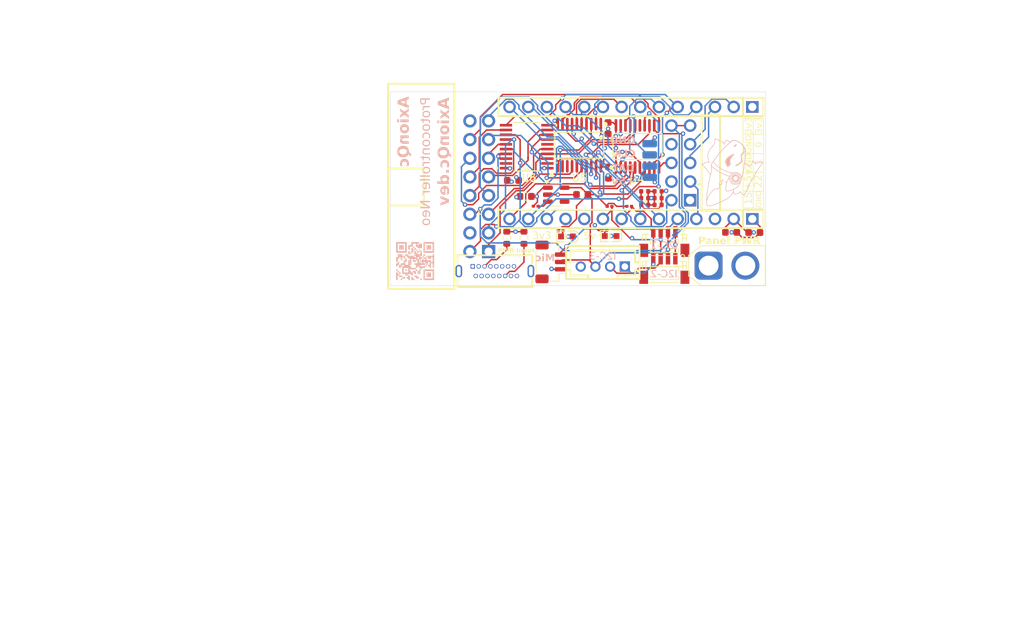
<source format=kicad_pcb>
(kicad_pcb (version 20241229) (generator "pcbnew") (generator_version "9.0")
  (title_block (title "ProtoController Neo"))
  (layers (0 "F.Cu" signal) (4 "In1.Cu" power "GND") (6 "In2.Cu" power "PWR") (2 "B.Cu" signal) (13 "F.Paste" user) (15 "B.Paste" user) (5 "F.SilkS" user "F.Silkscreen") (7 "B.SilkS" user "B.Silkscreen") (1 "F.Mask" user) (3 "B.Mask" user) (25 "Edge.Cuts" user))
  (net 0 "")
  (net 1 "+5V")
  (net 2 "GND")
  (net 3 "/ANALOG2")
  (net 4 "/BUFFER_R1_A5_6")
  (net 5 "/A7_21")
  (net 6 "/ANALOG1")
  (net 7 "/FLEXIO_SCK")
  (net 8 "/BUFFER_OE_A1_2")
  (net 9 "/A6_20")
  (net 10 "/ESPTX1")
  (net 11 "/A2_14")
  (net 12 "/BUFFER_LATCH")
  (net 13 "/BUFFER_CLK_A3_7")
  (net 14 "/TSDA0")
  (net 15 "/FLEXIO_MOSI_A8_5")
  (net 16 "/DIGITAL2")
  (net 17 "/BUFFER_G1")
  (net 18 "/BUFFER_B1")
  (net 19 "/BUFFER_B2{slash}SCK")
  (net 20 "/ESPRX1")
  (net 21 "/TSCL0")
  (net 22 "/DIGITAL1")
  (net 23 "/BUFFER_R2")
  (net 24 "/A4_8")
  (net 25 "/TPWM1")
  (net 26 "/BUFFER_G2{slash}MOSI")
  (net 27 "/PANEL_G2")
  (net 28 "/PANEL_B1")
  (net 29 "/PANEL_G1")
  (net 30 "/PANEL_R2")
  (net 31 "/SPWM1")
  (net 32 "/APA_CLK")
  (net 33 "/PANEL_B2")
  (net 34 "/PANEL_LATCH")
  (net 35 "/PANEL_ADX4")
  (net 36 "/PANEL_ADX1")
  (net 37 "/PANEL_ADX3")
  (net 38 "/PANEL_ADX0")
  (net 39 "/PANEL_R1")
  (net 40 "/PANEL_ADX2")
  (net 41 "/PANEL_OE")
  (net 42 "/PANEL_CLK")
  (net 44 "/APA_DAT")
  (net 48 "+3.3V")
  (net 49 "Net-(5v1-A)")
  (net 50 "Net-(3v1-A)")
  (net 51 "Net-(U1-EN)")
  (net 59 "Net-(PWR-Input1-CC1)")
  (net 62 "Net-(PWR-Input1-CC2)")
  (footprint "Capacitor_SMD:C_0603_1608Metric" (layer "F.Cu") (at 134.275 131.61 180)
    (property "Reference" "C3" (hide yes))
    (property "Value" "22uF")
  )
  (footprint "Capacitor_SMD:C_0603_1608Metric" (layer "F.Cu") (at 106.335 126.73)
    (property "Reference" "C1" (hide yes))
    (property "Value" "10uF")
  )
  (footprint "Resistor_SMD:R_0201_0603Metric" (layer "F.Cu") (at 117.02 131.36)
    (property "Reference" "R5" (hide yes))
    (property "Value" "10K_0201")
  )
  (footprint "Protocontroller:CONN-SMD_BM04B-SRSS-TB" (layer "F.Cu") (at 125.19 132.8075 180)
    (property "Reference" "I2C-1")
    (property "Value" "BM04B-SRSS-TB(LF)(SN)")
  )
  (footprint "Capacitor_SMD:C_0402_1005Metric" (layer "F.Cu") (at 124.34 126.04 180)
    (property "Reference" "C13" (hide yes))
    (property "Value" "22uF")
  )
  (footprint "Connector_AMASS:AMASS_XT30U-M_1x02_P5.0mm_Vertical" (layer "F.Cu") (at 131.21 136.15)
    (property "Reference" "Panel-PWR1" (hide yes))
    (property "Value" "XT30U-M")
  )
  (footprint "Protocontroller:SN74AHCT245PWR" (layer "F.Cu") (at 121.5375 119.93)
    (property "Reference" "U4")
    (property "Value" "SN74AHCT245PWR")
  )
  (footprint "Protocontroller:HDR-TH_10P-P2.54-H-M-R2-C5-S2.54-N" (layer "F.Cu") (at 127.43 122.17 90)
    (property "Reference" "U9" (hide yes))
    (property "Value" "2541WR-2X05P")
  )
  (footprint "Capacitor_SMD:C_0402_1005Metric" (layer "F.Cu") (at 122.52 126.04)
    (property "Reference" "C11" (hide yes))
    (property "Value" "22uF")
  )
  (footprint "Capacitor_SMD:C_0402_1005Metric" (layer "F.Cu") (at 122.52 127.88)
    (property "Reference" "C9" (hide yes))
    (property "Value" "22uF")
  )
  (footprint "Capacitor_SMD:C_0603_1608Metric" (layer "F.Cu") (at 117.6 123.495 90)
    (property "Reference" "C5" (hide yes))
    (property "Value" "10uF")
  )
  (footprint "Resistor_SMD:R_0201_0603Metric" (layer "F.Cu") (at 107.7 128.06)
    (property "Reference" "R1" (hide yes))
    (property "Value" "10K_0201")
  )
  (footprint "Protocontroller:LED0603-RD_PINK" (layer "F.Cu") (at 117.89 132.12 180)
    (property "Reference" "5v")
    (property "Value" "XL-1608UVC-04")
  )
  (footprint "Capacitor_SMD:C_0603_1608Metric" (layer "F.Cu") (at 104.605 124.55 180)
    (property "Reference" "C7" (hide yes))
    (property "Value" "10uF")
  )
  (footprint "Resistor_SMD:R_0201_0603Metric" (layer "F.Cu") (at 117.74 128.09 180)
    (property "Reference" "R3" (hide yes))
    (property "Value" "10K_0201")
  )
  (footprint "Protocontroller:HDR-TH_14P-P2.54-V-F-1" (layer "F.Cu") (at 120.65 114.554 180)
    (property "Reference" "U2" (hide yes))
    (property "Value" "PM254-1-14-Z-8.5")
  )
  (footprint "Capacitor_SMD:C_0603_1608Metric" (layer "F.Cu") (at 137.425 131.64 180)
    (property "Reference" "C4" (hide yes))
    (property "Value" "0.1uF")
  )
  (footprint "Capacitor_SMD:C_0402_1005Metric" (layer "F.Cu") (at 122.52 126.96)
    (property "Reference" "C10" (hide yes))
    (property "Value" "22uF")
  )
  (footprint "Protocontroller:HDR-TH_16P-P2.54-H-F-R2-C8-W9.0" (layer "F.Cu") (at 100.02 125.345 -90)
    (property "Reference" "U8" (hide yes))
    (property "Value" "HC-JN254-2-08-W")
  )
  (footprint "Capacitor_SMD:C_0603_1608Metric" (layer "F.Cu") (at 117.54 117.445 90)
    (property "Reference" "C6" (hide yes))
    (property "Value" "10uF")
  )
  (footprint "Protocontroller:HDR-TH_14P-P2.54-V-F-1" (layer "F.Cu") (at 120.65 129.794 180)
    (property "Reference" "U3" (hide yes))
    (property "Value" "PM254-1-14-Z-8.5")
  )
  (footprint "Capacitor_SMD:C_0603_1608Metric" (layer "F.Cu") (at 114.025 126.47 180)
    (property "Reference" "C2" (hide yes))
    (property "Value" "10uF")
  )
  (footprint "Resistor_SMD:R_0603_1608Metric" (layer "F.Cu") (at 103.76 132.355 -90)
    (property "Reference" "R7" (hide yes))
    (property "Value" "5.1K_0603")
  )
  (footprint "Protocontroller:USB-TH_TYPE-C-16PFS-LCH7.45-IPX8" (layer "F.Cu") (at 102.14 136.9)
    (property "Reference" "PWR-Input1" (hide yes))
    (property "Value" "TYPE-C 16PFS LCH7.45 IPX8")
  )
  (footprint "Resistor_SMD:R_0201_0603Metric" (layer "F.Cu") (at 111.09 131.41)
    (property "Reference" "R4" (hide yes))
    (property "Value" "10K_0201")
  )
  (footprint "Protocontroller:CONN-TH_B4B-PH-K-S-LF-SN" (layer "F.Cu") (at 116.82 136.28)
    (property "Reference" "I2C-3")
    (property "Value" "B4B-PH-K-K(LF)(SN)")
  )
  (footprint "Connector_Wire:JST-SM 4P PAD" (layer "F.Cu") (at 123.2 121.585 -90)
    (property "Reference" "U7" (hide yes))
    (property "Value" "~" (hide yes))
  )
  (footprint "Protocontroller:SN74AHCT245PWR" (layer "F.Cu") (at 113.6225 119.76 180)
    (property "Reference" "U5")
    (property "Value" "SN74AHCT245PWR")
  )
  (footprint "Package_TO_SOT_SMD:SOT-23-5" (layer "F.Cu") (at 110.49 126.492)
    (property "Reference" "U1" (hide yes))
    (property "Value" "AP2112K-3.3TRG1")
  )
  (footprint "Protocontroller:LED0603-RD_PINK" (layer "F.Cu") (at 111.94 132.18 180)
    (property "Reference" "3v3")
    (property "Value" "XL-1608UVC-04")
  )
  (footprint "Resistor_SMD:R_0201_0603Metric" (layer "F.Cu") (at 120.41 128.08 180)
    (property "Reference" "R2" (hide yes))
    (property "Value" "10K_0201")
  )
  (footprint "Connector_JST:JST_SH_BM03B-SRSS-TB_1x03-1MP_P1.00mm_Vertical" (layer "F.Cu") (at 109.755 135.65 90)
    (property "Reference" "Mic")
    (property "Value" "BM03B-SRSS-TB(LF)(SN)")
  )
  (footprint "Resistor_SMD:R_0603_1608Metric" (layer "F.Cu") (at 106.1 132.355 90)
    (property "Reference" "R6" (hide yes))
    (property "Value" "5.1K_0603")
  )
  (footprint "Protocontroller:CONN-SMD_BM04B-SRSS-TB" (layer "F.Cu") (at 125.19 136.4775 180)
    (property "Reference" "I2C-2")
    (property "Value" "BM04B-SRSS-TB(LF)(SN)")
  )
  (footprint "Protocontroller:SN74AHCT374PWR" (layer "F.Cu") (at 106.4694 119.965 180)
    (property "Reference" "U6")
    (property "Value" "SN74AHCT374PWR")
  )
  (footprint "Capacitor_SMD:C_0402_1005Metric" (layer "F.Cu") (at 124.34 126.96 180)
    (property "Reference" "C12" (hide yes))
    (property "Value" "22uF")
  )
  (footprint "Capacitor_SMD:C_0402_1005Metric" (layer "F.Cu") (at 124.34 127.88 180)
    (property "Reference" "C8" (hide yes))
    (property "Value" "22uF")
  )
  (footprint "LOGO" (layer "B.Cu") (at 91.3 135.53 180)
    (property "Reference" "QR" (hide yes))
    (property "Value" "LOGO" (hide yes))
  )
  (footprint "LOGO" (layer "B.Cu") (at 134.802831 123.324533 -90)
    (property "Reference" "Logo" (hide yes))
    (property "Value" "LOGO" (hide yes))
  )
  (gr_line (start 137.31 120.904) (end 138.68 120.904) (stroke (width 0.1)) (layer "F.SilkS"))
  (gr_line (start 137.31 123.444) (end 138.68 123.44) (stroke (width 0.1)) (layer "F.SilkS"))
  (gr_line (start 137.285 128.314) (end 137.285 116.084) (stroke (width 0.1)) (layer "F.SilkS"))
  (gr_line (start 135.89 123.444) (end 137.2616 123.444) (stroke (width 0.1)) (layer "F.SilkS"))
  (gr_line (start 135.9408 118.2624) (end 137.2616 118.2624) (stroke (width 0.1)) (layer "F.SilkS"))
  (gr_line (start 135.89 120.904) (end 137.285 120.904) (stroke (width 0.1)) (layer "F.SilkS"))
  (gr_line (start 135.89 126.02) (end 137.23 126.02) (stroke (width 0.1)) (layer "F.SilkS"))
  (gr_line (start 137.29 118.2624) (end 138.6816 118.2624) (stroke (width 0.1)) (layer "F.SilkS"))
  (gr_line (start 137.31 126.02) (end 138.65 126.02) (stroke (width 0.1)) (layer "F.SilkS"))
  (gr_rect (start 135.89 116.084) (end 138.68 128.314) (stroke (width 0.1)) (fill no) (layer "F.SilkS"))
  (gr_circle (center 109.86 123.74) (end 109.86 123.49) (stroke (width 0.1)) (fill yes) (layer "F.SilkS"))
  (gr_rect (start 87.944 112.5) (end 138.966 138.888) (stroke (width 0.05)) (fill no) (layer "Edge.Cuts"))
  (gr_text "3v3" (at 138.62 118.2624 90) (layer "F.SilkS") (effects (font (size 0.9 0.9) (thickness 0.1)) (justify left bottom)))
  (gr_text ":3" (at 129.55 124.48 -90) (layer "F.SilkS") (effects (font (size 0.5 0.5) (thickness 0.125) (bold yes)) (justify left bottom)))
  (gr_text ":3" (at 110.09 121.6 -90) (layer "F.SilkS") (effects (font (size 0.5 0.5) (thickness 0.125) (bold yes)) (justify left bottom)))
  (gr_text "0\n" (at 138.57 120.09 90) (layer "F.SilkS") (effects (font (size 0.9 0.9) (thickness 0.1)) (justify left bottom)))
  (gr_text "PWR Input" (at 105.07 134.11 0) (layer "F.SilkS") (effects (font (size 0.6 0.6) (thickness 0.14) (bold yes))))
  (gr_text "3v3" (at 137.2108 118.2624 90) (layer "F.SilkS") (effects (font (size 0.9 0.9) (thickness 0.1)) (justify left bottom)))
  (gr_text "GND" (at 137.16 120.904 90) (layer "F.SilkS") (effects (font (size 0.8 0.8) (thickness 0.1)) (justify left bottom)))
  (gr_text "15\n" (at 137.27 127.86 90) (layer "F.SilkS") (effects (font (size 1 1) (thickness 0.1)) (justify left bottom)))
  (gr_text "+5v" (at 137.2108 125.896061 90) (layer "F.SilkS") (effects (font (size 1 1) (thickness 0.1)) (justify left bottom)))
  (gr_text "GND" (at 137.16 123.444 90) (layer "F.SilkS") (effects (font (size 0.8 0.8) (thickness 0.1)) (justify left bottom)))
  (gr_text "GND" (at 138.46 128.21 90) (layer "F.SilkS") (effects (font (size 0.7 0.7) (thickness 0.1)) (justify left bottom)))
  (gr_text "1" (at 138.57 122.41 90) (layer "F.SilkS") (effects (font (size 0.9 0.9) (thickness 0.1)) (justify left bottom)))
  (gr_text "22" (at 138.61 125.57 90) (layer "F.SilkS") (effects (font (size 1 1) (thickness 0.1)) (justify left bottom)))
  (gr_text "Panel PWR" (at 134.02 132.82 0) (layer "F.SilkS") (effects (font (size 1 1) (thickness 0.2) (bold yes))))
  (gr_text ":3" (at 99.77 128.55 -90) (layer "F.SilkS") (effects (font (size 0.5 0.5) (thickness 0.125) (bold yes)) (justify left bottom)))
  (gr_text "GND\n" (at 121.26 119.72 0) (layer "B.SilkS") (effects (font (size 1 1) (thickness 0.25) (bold yes)) (justify left bottom mirror)))
  (gr_text "AxionQc" (at 90.68 113.1 90) (layer "B.SilkS") (effects (font (size 1.5 1.5) (thickness 0.2) (bold yes)) (justify left bottom mirror)))
  (gr_text "+5V\n" (at 121.15 125.29 0) (layer "B.SilkS") (effects (font (size 1 1) (thickness 0.25) (bold yes)) (justify left bottom mirror)))
  (gr_text "CLK\n" (at 121.28 121.56 0) (layer "B.SilkS") (effects (font (size 1 1) (thickness 0.25) (bold yes)) (justify left bottom mirror)))
  (gr_text "AxionQc.dev\n" (at 96.15 113.25 90) (layer "B.SilkS") (effects (font (size 1.5 1.5) (thickness 0.3) (bold yes) (italic yes)) (justify left bottom mirror)))
  (gr_text "Protocontroller Neo" (at 93.53 113.2 90) (layer "B.SilkS") (effects (font (size 1.3 1.3) (thickness 0.14375) (italic yes)) (justify left bottom mirror)))
  (gr_text "DAT" (at 121.17 123.51 0) (layer "B.SilkS") (effects (font (size 1 1) (thickness 0.25) (bold yes)) (justify left bottom mirror)))
  (segment (start 107.847169 126.724277) (end 107.931446 126.64) (width 0.2) (layer "F.Cu") (net 1))
  (segment (start 107.931446 126.64) (end 107.931446 126.300555) (width 0.2) (layer "F.Cu") (net 1))
  (segment (start 107.841446 126.73) (end 107.11 126.73) (width 0.2) (layer "F.Cu") (net 1))
  (segment (start 118.2175 116.67) (end 117.54 116.67) (width 0.2) (layer "F.Cu") (net 1))
  (segment (start 108.690001 125.542) (end 109.3525 125.542) (width 0.2) (layer "F.Cu") (net 1))
  (segment (start 122.03 125.96) (end 122.03 127.88) (width 0.2) (layer "F.Cu") (net 1))
  (segment (start 122.571 128.441) (end 124.289 128.441) (width 0.2) (layer "F.Cu") (net 1))
  (segment (start 116.5525 118.4025) (end 116.5525 116.89) (width 0.2) (layer "F.Cu") (net 1))
  (segment (start 116.66 118.51) (end 116.5525 118.4025) (width 0.2) (layer "F.Cu") (net 1))
  (segment (start 125.35 126.05) (end 125.43 125.97) (width 0.2) (layer "F.Cu") (net 1))
  (segment (start 122.03 127.88) (end 122.02 127.89) (width 0.2) (layer "F.Cu") (net 1))
  (segment (start 107.847169 126.724277) (end 107.841446 126.73) (width 0.2) (layer "F.Cu") (net 1))
  (segment (start 124.289 128.441) (end 124.8 127.93) (width 0.2) (layer "F.Cu") (net 1))
  (segment (start 118.6 118.52) (end 118.6075 118.5125) (width 0.2) (layer "F.Cu") (net 1))
  (segment (start 118.6075 117.06) (end 118.2175 116.67) (width 0.2) (layer "F.Cu") (net 1))
  (segment (start 115.74 130.6501) (end 115.74 130.887445) (width 0.2) (layer "F.Cu") (net 1))
  (segment (start 117.108106 120.160999) (end 117.108105 120.161) (width 0.2) (layer "F.Cu") (net 1))
  (segment (start 116.94 122.2425) (end 116.5525 122.63) (width 0.2) (layer "F.Cu") (net 1))
  (segment (start 122.02 127.89) (end 122.571 128.441) (width 0.2) (layer "F.Cu") (net 1))
  (segment (start 115.74 130.887445) (end 116.212555 131.36) (width 0.2) (layer "F.Cu") (net 1))
  (segment (start 104.0188 124.7388) (end 103.83 124.55) (width 0.2) (layer "F.Cu") (net 1))
  (segment (start 135.756 132.316) (end 135.05 131.61) (width 0.2) (layer "F.Cu") (net 1))
  (segment (start 118.6075 118.5125) (end 118.6075 117.06) (width 0.2) (layer "F.Cu") (net 1))
  (segment (start 118.61 120.161) (end 118.61 120.29) (width 0.2) (layer "F.Cu") (net 1))
  (segment (start 138.2 131.64) (end 138.2 130.834) (width 0.2) (layer "F.Cu") (net 1))
  (segment (start 134.35 131.62) (end 134.36 131.61) (width 0.2) (layer "F.Cu") (net 1))
  (segment (start 116.212555 131.36) (end 116.7 131.36) (width 0.2) (layer "F.Cu") (net 1))
  (segment (start 134.36 131.61) (end 135.05 131.61) (width 0.2) (layer "F.Cu") (net 1))
  (segment (start 124.8 127.93) (end 124.8 126.06) (width 0.2) (layer "F.Cu") (net 1))
  (segment (start 116.6425 122.72) (end 116.5525 122.63) (width 0.2) (layer "F.Cu") (net 1))
  (segment (start 116.94 120.161311) (end 116.94 122.2425) (width 0.2) (layer "F.Cu") (net 1))
  (segment (start 117.108105 120.161) (end 116.940311 120.161) (width 0.2) (layer "F.Cu") (net 1))
  (segment (start 107.847169 126.724277) (end 107.931446 126.808554) (width 0.2) (layer "F.Cu") (net 1))
  (segment (start 124.81 126.05) (end 125.35 126.05) (width 0.2) (layer "F.Cu") (net 1))
  (segment (start 124.8 126.06) (end 124.81 126.05) (width 0.2) (layer "F.Cu") (net 1))
  (segment (start 104.1899 122.925685) (end 104.154213 122.889998) (width 0.2) (layer "F.Cu") (net 1))
  (segment (start 118.61 120.29) (end 118.6075 120.2925) (width 0.2) (layer "F.Cu") (net 1))
  (segment (start 117.6 122.72) (end 116.6425 122.72) (width 0.2) (layer "F.Cu") (net 1))
  (segment (start 118.6075 120.2925) (end 118.6075 122.8) (width 0.2) (layer "F.Cu") (net 1))
  (segment (start 137.524 132.316) (end 135.756 132.316) (width 0.2) (layer "F.Cu") (net 1))
  (segment (start 138.2 130.834) (end 137.16 129.794) (width 0.2) (layer "F.Cu") (net 1))
  (segment (start 107.931446 127.488554) (end 107.38 128.04) (width 0.2) (layer "F.Cu") (net 1))
  (segment (start 107.931446 126.808554) (end 107.931446 127.488554) (width 0.2) (layer "F.Cu") (net 1))
  (segment (start 116.940311 120.161) (end 116.94 120.161311) (width 0.2) (layer "F.Cu") (net 1))
  (segment (start 138.2 131.64) (end 137.524 132.316) (width 0.2) (layer "F.Cu") (net 1))
  (segment (start 104.42 124.7388) (end 104.0188 124.7388) (width 0.2) (layer "F.Cu") (net 1))
  (segment (start 104.154213 122.889998) (end 103.65 122.889998) (width 0.2) (layer "F.Cu") (net 1))
  (segment (start 107.931446 126.300555) (end 108.690001 125.542) (width 0.2) (layer "F.Cu") (net 1))
  (segment (start 107.38 128.04) (end 107.38 128.06) (width 0.2) (layer "F.Cu") (net 1))
  (via (at 104.42 124.7388) (size 0.6) (drill 0.3) (layers "F.Cu" "B.Cu") (net 1))
  (via (at 115.74 130.6501) (size 0.6) (drill 0.3) (layers "F.Cu" "B.Cu") (net 1))
  (via (at 125.43 125.97) (size 0.6) (drill 0.3) (layers "F.Cu" "B.Cu") (net 1))
  (via (at 107.847169 126.724277) (size 0.6) (drill 0.3) (layers "F.Cu" "B.Cu") (net 1))
  (via (at 117.108106 120.160999) (size 0.6) (drill 0.3) (layers "F.Cu" "B.Cu") (net 1))
  (via (at 134.35 131.62) (size 0.6) (drill 0.3) (layers "F.Cu" "B.Cu") (net 1))
  (via (at 116.66 118.51) (size 0.6) (drill 0.3) (layers "F.Cu" "B.Cu") (net 1))
  (via (at 104.1899 122.925685) (size 0.6) (drill 0.3) (layers "F.Cu" "B.Cu") (net 1))
  (via (at 123.901 124.8) (size 0.6) (drill 0.3) (layers "F.Cu" "B.Cu") (net 1))
  (via (at 118.6 118.52) (size 0.6) (drill 0.3) (layers "F.Cu" "B.Cu") (net 1))
  (via (at 118.61 120.161) (size 0.6) (drill 0.3) (layers "F.Cu" "B.Cu") (net 1))
  (segment (start 116.87 118.72) (end 116.87 120.091311) (width 0.2) (layer "B.Cu") (net 1))
  (segment (start 118.6 118.52) (end 118.6 120.151) (width 0.2) (layer "B.Cu") (net 1))
  (segment (start 116.939689 120.161) (end 117.108105 120.161) (width 0.2) (layer "B.Cu") (net 1))
  (segment (start 123.2 124.125) (end 123.226 124.125) (width 0.2) (layer "B.Cu") (net 1))
  (segment (start 116.66 118.51) (end 116.87 118.72) (width 0.2) (layer "B.Cu") (net 1))
  (segment (start 116.87 120.091311) (end 116.939689 120.161) (width 0.2) (layer "B.Cu") (net 1))
  (segment (start 123.226 124.125) (end 123.901 124.8) (width 0.2) (layer "B.Cu") (net 1))
  (segment (start 117.108105 120.161) (end 117.108106 120.160999) (width 0.2) (layer "B.Cu") (net 1))
  (segment (start 118.6 120.151) (end 118.61 120.161) (width 0.2) (layer "B.Cu") (net 1))
  (segment (start 122.99 125.96) (end 122.99 126.89) (width 0.2) (layer "F.Cu") (net 2))
  (segment (start 112.95 132.18) (end 112.170002 132.18) (width 0.2) (layer "F.Cu") (net 2))
  (segment (start 133.5 130.914) (end 134.62 129.794) (width 0.2) (layer "F.Cu") (net 2))
  (segment (start 115.9025 124.1675) (end 115.9 124.17) (width 0.2) (layer "F.Cu") (net 2))
  (segment (start 123.84 127.93) (end 123.84 126.06) (width 0.2) (layer "F.Cu") (net 2))
  (segment (start 123.8 127.89) (end 123.84 127.93) (width 0.2) (layer "F.Cu") (net 2))
  (segment (start 136.466 131.64) (end 134.62 129.794) (width 0.2) (layer "F.Cu") (net 2))
  (segment (start 136.65 131.64) (end 136.466 131.64) (width 0.2) (layer "F.Cu") (net 2))
  (segment (start 109.2888 117.04) (end 110.5425 117.04) (width 0.2) (layer "F.Cu") (net 2))
  (segment (start 123 127.88) (end 123 126.96) (width 0.2) (layer "F.Cu") (net 2))
  (segment (start 117.540849 117.52) (end 117.540849 117.608593) (width 0.2) (layer "F.Cu") (net 2))
  (segment (start 105.06 124.13) (end 105.06 124.23) (width 0.2) (layer "F.Cu") (net 2))
  (segment (start 111.08 136.65) (end 109.91 136.65) (width 0.2) (layer "F.Cu") (net 2))
  (segment (start 122.98 127.89) (end 123.8 127.89) (width 0.2) (layer "F.Cu") (net 2))
  (segment (start 105.466794 126.823206) (end 105.56 126.73) (width 0.2) (layer "F.Cu") (net 2))
  (segment (start 117.540849 117.608593) (end 117.54 117.609442) (width 0.2) (layer "F.Cu") (net 2))
  (segment (start 109.91 136.65) (end 109.85 136.59) (width 0.2) (layer "F.Cu") (net 2))
  (segment (start 123.85 126.05) (end 123.08 126.05) (width 0.2) (layer "F.Cu") (net 2))
  (segment (start 105.06 124.23) (end 105.38 124.55) (width 0.2) (layer "F.Cu") (net 2))
  (segment (start 123.08 126.05) (end 122.99 125.96) (width 0.2) (layer "F.Cu") (net 2))
  (segment (start 117.54 117.609442) (end 117.54 118.22) (width 0.2) (layer "F.Cu") (net 2))
  (segment (start 126.16 122.17) (end 125.0975 122.17) (width 0.2) (layer "F.Cu") (net 2))
  (segment (start 104.96 131.53) (end 106.1 131.53) (width 0.2) (layer "F.Cu") (net 2))
  (segment (start 105.007869 124.077869) (end 104.927717 124.077869) (width 0.2) (layer "F.Cu") (net 2))
  (segment (start 118.65 132.11) (end 117.97 132.11) (width 0.2) (layer "F.Cu") (net 2))
  (segment (start 115.9025 122.63) (end 115.9025 124.1675) (width 0.2) (layer "F.Cu") (net 2))
  (segment (start 117.5581 123.925208) (end 117.5581 124.6381) (width 0.2) (layer "F.Cu") (net 2))
  (segment (start 126.69 131.5475) (end 126.69 133.3) (width 0.2) (layer "F.Cu") (net 2))
  (segment (start 110.5425 117.04) (end 110.6925 116.89) (width 0.2) (layer "F.Cu") (net 2))
  (segment (start 125.0975 122.17) (end 124.4675 122.8) (width 0.2) (layer "F.Cu") (net 2))
  (segment (start 103.76 131.53) (end 104.96 131.53) (width 0.2) (layer "F.Cu") (net 2))
  (segment (start 126.69 133.3) (end 126.69 135.2175) (width 0.2) (layer "F.Cu") (net 2))
  (segment (start 119.25 118.24) (end 119.25 117.0675) (width 0.2) (layer "F.Cu") (net 2))
  (segment (start 110.6925 116.849392) (end 110.271554 116.428446) (width 0.2) (layer "F.Cu") (net 2))
  (segment (start 110.6925 116.89) (end 110.6925 116.849392) (width 0.2) (layer "F.Cu") (net 2))
  (segment (start 137.35 131.63) (end 136.87 131.63) (width 0.2) (layer "F.Cu") (net 2))
  (segment (start 109.2888 122.89) (end 108.86 122.89) (width 0.2) (layer "F.Cu") (net 2))
  (segment (start 133.5 131.61) (end 133.5 130.914) (width 0.2) (layer "F.Cu") (net 2))
  (segment (start 105.080001 126.823206) (end 105.466794 126.823206) (width 0.2) (layer "F.Cu") (net 2))
  (segment (start 117.520709 123.887817) (end 117.5581 123.925208) (width 0.2) (layer "F.Cu") (net 2))
  (segment (start 123.84 126.06) (end 123.85 126.05) (width 0.2) (layer "F.Cu") (net 2))
  (segment (start 123 126.95) (end 123.42 126.95) (width 0.2) (layer "F.Cu") (net 2))
  (segment (start 105.06 124.13) (end 105.007869 124.077869) (width 0.2) (layer "F.Cu") (net 2))
  (segment (start 119.25 117.0675) (end 119.2575 117.06) (width 0.2) (layer "F.Cu") (net 2))
  (segment (start 109.3525 126.492) (end 113.218 126.492) (width 0.2) (layer "F.Cu") (net 2))
  (via (at 110.271554 116.428446) (size 0.6) (drill 0.3) (layers "F.Cu" "B.Cu") (net 2))
  (via (at 108.86 122.89) (size 0.6) (drill 0.3) (layers "F.Cu" "B.Cu") (net 2))
  (via (at 137.35 131.63) (size 0.6) (drill 0.3) (layers "F.Cu" "B.Cu") (net 2))
  (via (at 119.25 118.24) (size 0.6) (drill 0.3) (layers "F.Cu" "B.Cu") (net 2))
  (via (at 109.85 136.59) (size 0.6) (drill 0.3) (layers "F.Cu" "B.Cu") (net 2))
  (via (at 115.9 124.17) (size 0.6) (drill 0.3) (layers "F.Cu" "B.Cu") (net 2))
  (via (at 112.150002 132.2) (size 0.6) (drill 0.3) (layers "F.Cu" "B.Cu") (net 2))
  (via (at 105.06 124.13) (size 0.6) (drill 0.3) (layers "F.Cu" "B.Cu") (net 2))
  (via (at 123.901 118.71) (size 0.6) (drill 0.3) (layers "F.Cu" "B.Cu") (net 2))
  (via (at 104.96 131.53) (size 0.6) (drill 0.3) (layers "F.Cu" "B.Cu") (net 2))
  (via (at 105.080001 126.823206) (size 0.6) (drill 0.3) (layers "F.Cu" "B.Cu") (net 2))
  (via (at 117.540849 117.52) (size 0.6) (drill 0.3) (layers "F.Cu" "B.Cu") (net 2))
  (via (at 110.7 126.492) (size 0.6) (drill 0.3) (layers "F.Cu" "B.Cu") (net 2))
  (via (at 117.520709 123.887817) (size 0.6) (drill 0.3) (layers "F.Cu" "B.Cu") (net 2))
  (via (at 126.69 133.3) (size 0.6) (drill 0.3) (layers "F.Cu" "B.Cu") (net 2))
  (via (at 123.42 126.95) (size 0.6) (drill 0.3) (layers "F.Cu" "B.Cu") (net 2))
  (via (at 117.97 132.11) (size 0.6) (drill 0.3) (layers "F.Cu" "B.Cu") (net 2))
  (segment (start 123.2 119.411) (end 123.901 118.71) (width 0.2) (layer "B.Cu") (net 2))
  (segment (start 123.2 119.553) (end 123.2 119.411) (width 0.2) (layer "B.Cu") (net 2))
  (segment (start 129.7517 129.5823) (end 129.7517 125.7617) (width 0.2) (layer "B.Cu") (net 3))
  (segment (start 129.54 129.794) (end 129.7517 129.5823) (width 0.2) (layer "B.Cu") (net 3))
  (segment (start 129.7517 125.7617) (end 128.7 124.71) (width 0.2) (layer "B.Cu") (net 3))
  (segment (start 113.864661 113.503) (end 118.329 113.503) (width 0.2) (layer "F.Cu") (net 4))
  (segment (start 113.249 114.118661) (end 113.864661 113.503) (width 0.2) (layer "F.Cu") (net 4))
  (segment (start 118.329 113.503) (end 119.38 114.554) (width 0.2) (layer "F.Cu") (net 4))
  (segment (start 113.2925 116.89) (end 113.249 116.8465) (width 0.2) (layer "F.Cu") (net 4))
  (segment (start 113.249 116.8465) (end 113.249 114.118661) (width 0.2) (layer "F.Cu") (net 4))
  (segment (start 113.1601 119.2096) (end 111.9925 118.042) (width 0.2) (layer "F.Cu") (net 5))
  (segment (start 111.9925 118.042) (end 111.9925 116.89) (width 0.2) (layer "F.Cu") (net 5))
  (segment (start 113.954886 118.879604) (end 113.62489 119.2096) (width 0.2) (layer "F.Cu") (net 5))
  (segment (start 113.62489 119.2096) (end 113.1601 119.2096) (width 0.2) (layer "F.Cu") (net 5))
  (via (at 113.954886 118.879604) (size 0.6) (drill 0.3) (layers "F.Cu" "B.Cu") (net 5))
  (segment (start 124.46 129.794) (end 124.46 129.694322) (width 0.2) (layer "B.Cu") (net 5))
  (segment (start 124.46 129.694322) (end 113.954886 119.189208) (width 0.2) (layer "B.Cu") (net 5))
  (segment (start 113.954886 119.189208) (end 113.954886 118.879604) (width 0.2) (layer "B.Cu") (net 5))
  (segment (start 111.08 134.357) (end 111.08 134.65) (width 0.2) (layer "F.Cu") (net 6))
  (segment (start 111.8777 133.5596) (end 111.8774 133.5596) (width 0.2) (layer "F.Cu") (net 6))
  (segment (start 111.8774 133.5596) (end 111.08 134.357) (width 0.2) (layer "F.Cu") (net 6))
  (via (at 111.8777 133.5596) (size 0.6) (drill 0.3) (layers "F.Cu" "B.Cu") (net 6))
  (segment (start 114.2872 131.1501) (end 125.6439 131.1501) (width 0.2) (layer "B.Cu") (net 6))
  (segment (start 111.8777 133.5596) (end 114.2872 131.1501) (width 0.2) (layer "B.Cu") (net 6))
  (segment (start 125.6439 131.1501) (end 127 129.794) (width 0.2) (layer "B.Cu") (net 6))
  (segment (start 119.495192 121.754808) (end 119.2575 121.9925) (width 0.2) (layer "F.Cu") (net 7))
  (segment (start 119.495192 121.702074) (end 119.495192 121.754808) (width 0.2) (layer "F.Cu") (net 7))
  (segment (start 119.2575 121.9925) (end 119.2575 122.8) (width 0.2) (layer "F.Cu") (net 7))
  (via (at 119.495192 121.702074) (size 0.6) (drill 0.3) (layers "F.Cu" "B.Cu") (net 7))
  (segment (start 123.3727 113.4667) (end 124.46 114.554) (width 0.2) (layer "B.Cu") (net 7))
  (segment (start 119.550426 121.702074) (end 120.4818 120.7707) (width 0.2) (layer "B.Cu") (net 7))
  (segment (start 120.4818 120.7707) (end 120.4818 114.4466) (width 0.2) (layer "B.Cu") (net 7))
  (segment (start 119.495192 121.702074) (end 119.550426 121.702074) (width 0.2) (layer "B.Cu") (net 7))
  (segment (start 121.4617 113.4667) (end 123.3727 113.4667) (width 0.2) (layer "B.Cu") (net 7))
  (segment (start 120.4818 114.4466) (end 121.4617 113.4667) (width 0.2) (layer "B.Cu") (net 7))
  (segment (start 115.797004 115.323204) (end 115.9025 115.4287) (width 0.2) (layer "F.Cu") (net 8))
  (segment (start 115.9025 115.4287) (end 115.9025 116.89) (width 0.2) (layer "F.Cu") (net 8))
  (via (at 115.797004 115.323204) (size 0.6) (drill 0.3) (layers "F.Cu" "B.Cu") (net 8))
  (segment (start 128.4537 115.6403) (end 129.54 114.554) (width 0.2) (layer "B.Cu") (net 8))
  (segment (start 115.797004 115.323204) (end 115.7338 115.26) (width 0.2) (layer "B.Cu") (net 8))
  (segment (start 115.7338 114.171) (end 116.7398 113.165) (width 0.2) (layer "B.Cu") (net 8))
  (segment (start 124.5611 113.165) (end 125.947 114.5509) (width 0.2) (layer "B.Cu") (net 8))
  (segment (start 125.947 115.0743) (end 126.513 115.6403) (width 0.2) (layer "B.Cu") (net 8))
  (segment (start 125.947 114.5509) (end 125.947 115.0743) (width 0.2) (layer "B.Cu") (net 8))
  (segment (start 126.513 115.6403) (end 128.4537 115.6403) (width 0.2) (layer "B.Cu") (net 8))
  (segment (start 115.7338 115.26) (end 115.7338 114.171) (width 0.2) (layer "B.Cu") (net 8))
  (segment (start 116.7398 113.165) (end 124.5611 113.165) (width 0.2) (layer "B.Cu") (net 8))
  (segment (start 112.867406 118.207506) (end 112.6425 117.9826) (width 0.2) (layer "F.Cu") (net 9))
  (segment (start 112.6425 117.9826) (end 112.6425 116.89) (width 0.2) (layer "F.Cu") (net 9))
  (segment (start 112.867406 118.209799) (end 112.867406 118.207506) (width 0.2) (layer "F.Cu") (net 9))
  (via (at 112.867406 118.209799) (size 0.6) (drill 0.3) (layers "F.Cu" "B.Cu") (net 9))
  (segment (start 121.92 127.58) (end 112.867406 118.527406) (width 0.2) (layer "B.Cu") (net 9))
  (segment (start 121.92 129.794) (end 121.92 127.58) (width 0.2) (layer "B.Cu") (net 9))
  (segment (start 112.867406 118.527406) (end 112.867406 118.209799) (width 0.2) (layer "B.Cu") (net 9))
  (segment (start 115.2525 118.7341) (end 113.5705 120.4161) (width 0.2) (layer "F.Cu") (net 11))
  (segment (start 113.5705 120.4161) (end 111.0335 120.4161) (width 0.2) (layer "F.Cu") (net 11))
  (segment (start 115.2525 116.89) (end 115.2525 118.7341) (width 0.2) (layer "F.Cu") (net 11))
  (via (at 111.0335 120.4161) (size 0.6) (drill 0.3) (layers "F.Cu" "B.Cu") (net 11))
  (segment (start 111.0335 125.4405) (end 106.68 129.794) (width 0.2) (layer "B.Cu") (net 11))
  (segment (start 111.0335 120.4161) (end 111.0335 125.4405) (width 0.2) (layer "B.Cu") (net 11))
  (segment (start 127 114.554) (end 126.347444 114.554) (width 0.2) (layer "F.Cu") (net 12))
  (segment (start 124.9432 121.04) (end 123.8175 122.1657) (width 0.2) (layer "F.Cu") (net 12))
  (segment (start 123.8175 122.1657) (end 123.8175 122.8) (width 0.2) (layer "F.Cu") (net 12))
  (segment (start 111.281644 113.399149) (end 110.41 114.270793) (width 0.2) (layer "F.Cu") (net 12))
  (segment (start 110.41 114.270793) (end 110.41 114.8566) (width 0.2) (layer "F.Cu") (net 12))
  (segment (start 104.88 115.81) (end 103.65 117.04) (width 0.2) (layer "F.Cu") (net 12))
  (segment (start 126.347444 114.554) (end 125.538634 115.36281) (width 0.2) (layer "F.Cu") (net 12))
  (segment (start 110.41 114.8566) (end 109.4566 115.81) (width 0.2) (layer "F.Cu") (net 12))
  (segment (start 109.4566 115.81) (end 104.88 115.81) (width 0.2) (layer "F.Cu") (net 12))
  (via (at 111.281644 113.399149) (size 0.6) (drill 0.3) (layers "F.Cu" "B.Cu") (net 12))
  (via (at 124.9432 121.04) (size 0.6) (drill 0.3) (layers "F.Cu" "B.Cu") (net 12))
  (via (at 125.538634 115.36281) (size 0.6) (drill 0.3) (layers "F.Cu" "B.Cu") (net 12))
  (segment (start 124.9432 115.958244) (end 125.538634 115.36281) (width 0.2) (layer "B.Cu") (net 12))
  (segment (start 124.9432 121.04) (end 124.9432 115.958244) (width 0.2) (layer "B.Cu") (net 12))
  (segment (start 111.817493 112.8633) (end 125.3093 112.8633) (width 0.2) (layer "B.Cu") (net 12))
  (segment (start 125.3093 112.8633) (end 127 114.554) (width 0.2) (layer "B.Cu") (net 12))
  (segment (start 111.281644 113.399149) (end 111.817493 112.8633) (width 0.2) (layer "B.Cu") (net 12))
  (segment (start 116.84 114.554) (end 115.8591 114.554) (width 0.2) (layer "F.Cu") (net 13))
  (segment (start 115.8591 114.554) (end 114.6025 115.8106) (width 0.2) (layer "F.Cu") (net 13))
  (segment (start 114.6025 115.8106) (end 114.6025 116.89) (width 0.2) (layer "F.Cu") (net 13))
  (segment (start 118.06 128.09) (end 118.06 128.574) (width 0.2) (layer "F.Cu") (net 14))
  (segment (start 124.69 135.2175) (end 124.69 135.6945) (width 0.2) (layer "F.Cu") (net 14))
  (segment (start 124.69 132.62) (end 124.69 135.2175) (width 0.2) (layer "F.Cu") (net 14))
  (segment (start 118.721 137.181) (end 121.0445 137.181) (width 0.2) (layer "F.Cu") (net 14))
  (segment (start 123.9045 136.48) (end 121.822 136.48) (width 0.2) (layer "F.Cu") (net 14))
  (segment (start 116.84 129.794) (end 116.84 129.51) (width 0.2) (layer "F.Cu") (net 14))
  (segment (start 118.06 129.960339) (end 120.51441 132.414749) (width 0.2) (layer "F.Cu") (net 14))
  (segment (start 124.69 135.6945) (end 123.9045 136.48) (width 0.2) (layer "F.Cu") (net 14))
  (segment (start 124.69 131.5475) (end 124.69 132.62) (width 0.2) (layer "F.Cu") (net 14))
  (segment (start 117.82 136.28) (end 118.721 137.181) (width 0.2) (layer "F.Cu") (net 14))
  (segment (start 121.0445 137.181) (end 121.7445 136.481) (width 0.2) (layer "F.Cu") (net 14))
  (segment (start 120.51441 132.414749) (end 120.79584 132.414749) (width 0.2) (layer "F.Cu") (net 14))
  (segment (start 118.06 128.09) (end 118.06 129.960339) (width 0.2) (layer "F.Cu") (net 14))
  (segment (start 121.822 136.48) (end 121.121 137.181) (width 0.2) (layer "F.Cu") (net 14))
  (segment (start 121.7445 136.481) (end 123.901217 136.481) (width 0.2) (layer "F.Cu") (net 14))
  (segment (start 124.69 135.692217) (end 124.69 135.2175) (width 0.2) (layer "F.Cu") (net 14))
  (segment (start 118.06 128.574) (end 116.84 129.794) (width 0.2) (layer "F.Cu") (net 14))
  (segment (start 123.901217 136.481) (end 124.69 135.692217) (width 0.2) (layer "F.Cu") (net 14))
  (via (at 120.79584 132.414749) (size 0.6) (drill 0.3) (layers "F.Cu" "B.Cu") (net 14))
  (via (at 124.69 132.62) (size 0.6) (drill 0.3) (layers "F.Cu" "B.Cu") (net 14))
  (segment (start 124.69 132.62) (end 121.001091 132.62) (width 0.2) (layer "B.Cu") (net 14))
  (segment (start 121.001091 132.62) (end 120.79584 132.414749) (width 0.2) (layer "B.Cu") (net 14))
  (segment (start 112.025 115.605) (end 112.215 115.605) (width 0.2) (layer "F.Cu") (net 15))
  (segment (start 111.3425 116.89) (end 111.3425 116.2875) (width 0.2) (layer "F.Cu") (net 15))
  (segment (start 112.215 115.605) (end 112.948 114.872) (width 0.2) (layer "F.Cu") (net 15))
  (segment (start 113.739983 113.202) (end 120.568 113.202) (width 0.2) (layer "F.Cu") (net 15))
  (segment (start 111.3425 116.2875) (end 112.025 115.605) (width 0.2) (layer "F.Cu") (net 15))
  (segment (start 112.948 114.872) (end 112.948 113.993983) (width 0.2) (layer "F.Cu") (net 15))
  (segment (start 112.948 113.993983) (end 113.739983 113.202) (width 0.2) (layer "F.Cu") (net 15))
  (segment (start 120.568 113.202) (end 121.92 114.554) (width 0.2) (layer "F.Cu") (net 15))
  (segment (start 132.08 114.554) (end 131.21 115.424) (width 0.2) (layer "B.Cu") (net 16))
  (segment (start 131.21 115.424) (end 131.21 118.66) (width 0.2) (layer "B.Cu") (net 16))
  (segment (start 128.7 121.17) (end 128.7 122.17) (width 0.2) (layer "B.Cu") (net 16))
  (segment (start 131.21 118.66) (end 128.7 121.17) (width 0.2) (layer "B.Cu") (net 16))
  (segment (start 121.8675 122.11) (end 121.8675 122.8) (width 0.2) (layer "F.Cu") (net 17))
  (segment (start 120.4275 120.67) (end 121.8675 122.11) (width 0.2) (layer "F.Cu") (net 17))
  (segment (start 119.48 120.67) (end 120.4275 120.67) (width 0.2) (layer "F.Cu") (net 17))
  (via (at 119.48 120.67) (size 0.6) (drill 0.3) (layers "F.Cu" "B.Cu") (net 17))
  (segment (start 112.811 115.605) (end 111.76 114.554) (width 0.2) (layer "B.Cu") (net 17))
  (segment (start 117.53 119.789521) (end 117.53 118.671479) (width 0.2) (layer "B.Cu") (net 17))
  (segment (start 114.463521 115.605) (end 112.811 115.605) (width 0.2) (layer "B.Cu") (net 17))
  (segment (start 119.48 120.67) (end 118.410479 120.67) (width 0.2) (layer "B.Cu") (net 17))
  (segment (start 117.53 118.671479) (end 114.463521 115.605) (width 0.2) (layer "B.Cu") (net 17))
  (segment (start 118.410479 120.67) (end 117.53 119.789521) (width 0.2) (layer "B.Cu") (net 17))
  (segment (start 121.542268 124.065878) (end 121.602324 124.065878) (width 0.2) (layer "F.Cu") (net 18))
  (segment (start 121.744704 124.14821) (end 121.748105 124.14821) (width 0.2) (layer "F.Cu") (net 18))
  (segment (start 121.459946 124.1482) (end 121.542268 124.065878) (width 0.2) (layer "F.Cu") (net 18))
  (segment (start 121.459946 124.1482) (end 121.744694 124.1482) (width 0.2) (layer "F.Cu") (net 18))
  (segment (start 121.748105 124.14821) (end 122.5175 123.378815) (width 0.2) (layer "F.Cu") (net 18))
  (segment (start 121.602324 124.065878) (end 121.638946 124.1025) (width 0.2) (layer "F.Cu") (net 18))
  (segment (start 122.5175 123.378815) (end 122.5175 122.8) (width 0.2) (layer "F.Cu") (net 18))
  (segment (start 121.744694 124.1482) (end 121.744704 124.14821) (width 0.2) (layer "F.Cu") (net 18))
  (via (at 121.459946 124.1482) (size 0.6) (drill 0.3) (layers "F.Cu" "B.Cu") (net 18))
  (segment (start 113.4936 117.1136) (end 111.7796 117.1136) (width 0.2) (layer "B.Cu") (net 18))
  (segment (start 121.459946 124.1482) (end 121.459946 124.148208) (width 0.2) (layer "B.Cu") (net 18))
  (segment (start 111.7796 117.1136) (end 109.22 114.554) (width 0.2) (layer "B.Cu") (net 18))
  (segment (start 121.448146 124.16) (end 120.4 124.16) (width 0.2) (layer "B.Cu") (net 18))
  (segment (start 114.277378 117.4088) (end 113.7888 117.4088) (width 0.2) (layer "B.Cu") (net 18))
  (segment (start 113.7888 117.4088) (end 113.4936 117.1136) (width 0.2) (layer "B.Cu") (net 18))
  (segment (start 116.1 119.231422) (end 114.277378 117.4088) (width 0.2) (layer "B.Cu") (net 18))
  (segment (start 121.459946 124.1482) (end 121.448146 124.16) (width 0.2) (layer "B.Cu") (net 18))
  (segment (start 121.459946 124.148208) (end 121.459944 124.14821) (width 0.2) (layer "B.Cu") (net 18))
  (segment (start 120.4 124.16) (end 116.1 119.86) (width 0.2) (layer "B.Cu") (net 18))
  (segment (start 116.1 119.86) (end 116.1 119.231422) (width 0.2) (layer "B.Cu") (net 18))
  (segment (start 114.9162 125.642) (end 114.2956 125.0214) (width 0.2) (layer "F.Cu") (net 19))
  (segment (start 114.2956 125.0214) (end 107.6656 125.0214) (width 0.2) (layer "F.Cu") (net 19))
  (segment (start 106.335 127.599) (end 104.14 129.794) (width 0.2) (layer "F.Cu") (net 19))
  (segment (start 118.7872 125.642) (end 114.9162 125.642) (width 0.2) (layer "F.Cu") (net 19))
  (segment (start 107.6656 125.0214) (end 106.335 126.352) (width 0.2) (layer "F.Cu") (net 19))
  (segment (start 106.335 126.352) (end 106.335 127.599) (width 0.2) (layer "F.Cu") (net 19))
  (segment (start 120.5575 123.8717) (end 118.7872 125.642) (width 0.2) (layer "F.Cu") (net 19))
  (segment (start 120.5575 122.8) (end 120.5575 123.8717) (width 0.2) (layer "F.Cu") (net 19))
  (segment (start 123.693696 135.98) (end 123.693696 135.221196) (width 0.2) (layer "F.Cu") (net 21))
  (segment (start 123.69 131.5475) (end 123.715 131.5725) (width 0.2) (layer "F.Cu") (net 21))
  (segment (start 123.715 131.5725) (end 123.715 135.1925) (width 0.2) (layer "F.Cu") (net 21))
  (segment (start 123.409 129.796661) (end 123.409 131.2665) (width 0.2) (layer "F.Cu") (net 21))
  (segment (start 123.409 131.2665) (end 123.69 131.5475) (width 0.2) (layer "F.Cu") (net 21))
  (segment (start 119.38 129.794) (end 120.73 128.444) (width 0.2) (layer "F.Cu") (net 21))
  (segment (start 120.73 128.08) (end 121.393 128.743) (width 0.2) (layer "F.Cu") (net 21))
  (segment (start 123.715 135.1925) (end 123.69 135.2175) (width 0.2) (layer "F.Cu") (net 21))
  (segment (start 121.393 128.743) (end 122.355339 128.743) (width 0.2) (layer "F.Cu") (net 21))
  (segment (start 120.73 128.444) (end 120.73 128.08) (width 0.2) (layer "F.Cu") (net 21))
  (segment (start 123.693696 135.221196) (end 123.69 135.2175) (width 0.2) (layer "F.Cu") (net 21))
  (segment (start 122.355339 128.743) (end 123.409 129.796661) (width 0.2) (layer "F.Cu") (net 21))
  (via (at 123.693696 135.98) (size 0.6) (drill 0.3) (layers "F.Cu" "B.Cu") (net 21))
  (segment (start 122.492696 137.181) (end 123.693696 135.98) (width 0.2) (layer "B.Cu") (net 21))
  (segment (start 119.82 136.28) (end 120.721 137.181) (width 0.2) (layer "B.Cu") (net 21))
  (segment (start 120.721 137.181) (end 122.492696 137.181) (width 0.2) (layer "B.Cu") (net 21))
  (segment (start 133.5464 113.4804) (end 131.6568 113.4804) (width 0.2) (layer "B.Cu") (net 22))
  (segment (start 130.7353 114.4019) (end 130.7353 117.5947) (width 0.2) (layer "B.Cu") (net 22))
  (segment (start 130.7353 117.5947) (end 128.7 119.63) (width 0.2) (layer "B.Cu") (net 22))
  (segment (start 131.6568 113.4804) (end 130.7353 114.4019) (width 0.2) (layer "B.Cu") (net 22))
  (segment (start 134.62 114.554) (end 133.5464 113.4804) (width 0.2) (layer "B.Cu") (net 22))
  (segment (start 118.4389 125.3403) (end 119.9075 123.8717) (width 0.2) (layer "F.Cu") (net 23))
  (segment (start 115.121654 125.140346) (end 115.321608 125.3403) (width 0.2) (layer "F.Cu") (net 23))
  (segment (start 119.9075 123.8717) (end 119.9075 122.8) (width 0.2) (layer "F.Cu") (net 23))
  (segment (start 115.321608 125.3403) (end 118.4389 125.3403) (width 0.2) (layer "F.Cu") (net 23))
  (via (at 115.121654 125.140346) (size 0.6) (drill 0.3) (layers "F.Cu" "B.Cu") (net 23))
  (segment (start 115.121654 125.140346) (end 114.7203 124.738992) (width 0.2) (layer "B.Cu") (net 23))
  (segment (start 108.5263 118.9403) (end 104.14 114.554) (width 0.2) (layer "B.Cu") (net 23))
  (segment (start 114.7203 122.9615) (end 110.6991 118.9403) (width 0.2) (layer "B.Cu") (net 23))
  (segment (start 114.7203 124.738992) (end 114.7203 122.9615) (width 0.2) (layer "B.Cu") (net 23))
  (segment (start 110.6991 118.9403) (end 108.5263 118.9403) (width 0.2) (layer "B.Cu") (net 23))
  (segment (start 113.9425 114.9115) (end 113.9425 116.89) (width 0.2) (layer "F.Cu") (net 24))
  (segment (start 114.3 114.554) (end 113.9425 114.9115) (width 0.2) (layer "F.Cu") (net 24))
  (segment (start 120.959946 124.350054) (end 120.959946 123.057554) (width 0.2) (layer "F.Cu") (net 25))
  (segment (start 119.4 125.91) (end 120.959946 124.350054) (width 0.2) (layer "F.Cu") (net 25))
  (segment (start 120.959946 123.057554) (end 121.2175 122.8) (width 0.2) (layer "F.Cu") (net 25))
  (via (at 119.4 125.91) (size 0.6) (drill 0.3) (layers "F.Cu" "B.Cu") (net 25))
  (segment (start 120.6501 130.0625) (end 121.436 130.8484) (width 0.2) (layer "B.Cu") (net 25))
  (segment (start 125.5117 127.8983) (end 126.16 127.25) (width 0.2) (layer "B.Cu") (net 25))
  (segment (start 120.6501 129.568) (end 120.6501 130.0625) (width 0.2) (layer "B.Cu") (net 25))
  (segment (start 119.6321 128.55) (end 120.6501 129.568) (width 0.2) (layer "B.Cu") (net 25))
  (segment (start 110.464 128.55) (end 119.6321 128.55) (width 0.2) (layer "B.Cu") (net 25))
  (segment (start 119.4 125.91) (end 119.6321 126.1421) (width 0.2) (layer "B.Cu") (net 25))
  (segment (start 109.22 129.794) (end 110.464 128.55) (width 0.2) (layer "B.Cu") (net 25))
  (segment (start 124.9621 130.8484) (end 125.5117 130.2988) (width 0.2) (layer "B.Cu") (net 25))
  (segment (start 125.5117 130.2988) (end 125.5117 127.8983) (width 0.2) (layer "B.Cu") (net 25))
  (segment (start 119.6321 126.1421) (end 119.6321 128.55) (width 0.2) (layer "B.Cu") (net 25))
  (segment (start 121.436 130.8484) (end 124.9621 130.8484) (width 0.2) (layer "B.Cu") (net 25))
  (segment (start 116.67 126.41) (end 120.2475 126.41) (width 0.2) (layer "F.Cu") (net 26))
  (segment (start 123.1675 123.49) (end 123.1675 122.8) (width 0.2) (layer "F.Cu") (net 26))
  (segment (start 116.431001 126.171001) (end 116.67 126.41) (width 0.2) (layer "F.Cu") (net 26))
  (segment (start 120.2475 126.41) (end 123.1675 123.49) (width 0.2) (layer "F.Cu") (net 26))
  (via (at 116.431001 126.171001) (size 0.6) (drill 0.3) (layers "F.Cu" "B.Cu") (net 26))
  (segment (start 107.166 114.554) (end 106.68 114.554) (width 0.2) (layer "B.Cu") (net 26))
  (segment (start 116.39 125.85) (end 116.4 125.84) (width 0.2) (layer "B.Cu") (net 26))
  (segment (start 116.431001 126.171001) (end 116.431001 126.157447) (width 0.2) (layer "B.Cu") (net 26))
  (segment (start 116.431001 126.157447) (end 116.39 126.116446) (width 0.2) (layer "B.Cu") (net 26))
  (segment (start 116.39 126.116446) (end 116.39 125.85) (width 0.2) (layer "B.Cu") (net 26))
  (segment (start 116.4 125.84) (end 116.4 123.788) (width 0.2) (layer "B.Cu") (net 26))
  (segment (start 116.4 123.788) (end 107.166 114.554) (width 0.2) (layer "B.Cu") (net 26))
  (segment (start 124.370458 118.191773) (end 123.8175 117.638815) (width 0.2) (layer "F.Cu") (net 27))
  (segment (start 123.8175 117.638815) (end 123.8175 117.06) (width 0.2) (layer "F.Cu") (net 27))
  (segment (start 127.730387 118.191773) (end 124.370458 118.191773) (width 0.2) (layer "F.Cu") (net 27))
  (segment (start 103.65 120.94) (end 102.6101 120.94) (width 0.2) (layer "F.Cu") (net 27))
  (segment (start 99.4381 129.155) (end 98.75 129.155) (width 0.2) (layer "F.Cu") (net 27))
  (segment (start 102.6101 121.28) (end 102.6101 121.59) (width 0.2) (layer "F.Cu") (net 27))
  (segment (start 127.733603 118.188557) (end 127.730387 118.191773) (width 0.2) (layer "F.Cu") (net 27))
  (segment (start 103.65 121.59) (end 102.6101 121.59) (width 0.2) (layer "F.Cu") (net 27))
  (segment (start 102.6101 121.59) (end 102.6101 120.94) (width 0.2) (layer "F.Cu") (net 27))
  (segment (start 100.15655 128.43655) (end 99.4381 129.155) (width 0.2) (layer "F.Cu") (net 27))
  (via (at 102.6101 121.28) (size 0.6) (drill 0.3) (layers "F.Cu" "B.Cu") (net 27))
  (via (at 100.15655 128.43655) (size 0.6) (drill 0.3) (layers "F.Cu" "B.Cu") (net 27))
  (via (at 127.733603 118.188557) (size 0.6) (drill 0.3) (layers "F.Cu" "B.Cu") (net 27))
  (segment (start 111.5029 134.1048) (end 124.6417 134.1048) (width 0.2) (layer "B.Cu") (net 27))
  (segment (start 124.6417 134.1048) (end 128.4383 130.3082) (width 0.2) (layer "B.Cu") (net 27))
  (segment (start 101.0664 133.0594) (end 110.4575 133.0594) (width 0.2) (layer "B.Cu") (net 27))
  (segment (start 100.1497 128.4434) (end 100.1497 132.1427) (width 0.2) (layer "B.Cu") (net 27))
  (segment (start 127.5801 128.1191) (end 127.5801 118.345459) (width 0.2) (layer "B.Cu") (net 27))
  (segment (start 102.573597 121.316503) (end 102.6101 121.28) (width 0.2) (layer "B.Cu") (net 27))
  (segment (start 100.7081 127.885) (end 101.6543 127.885) (width 0.2) (layer "B.Cu") (net 27))
  (segment (start 100.1497 132.1427) (end 101.0664 133.0594) (width 0.2) (layer "B.Cu") (net 27))
  (segment (start 127.733603 118.191956) (end 127.733603 118.188557) (width 0.2) (layer "B.Cu") (net 27))
  (segment (start 110.4575 133.0594) (end 111.5029 134.1048) (width 0.2) (layer "B.Cu") (net 27))
  (segment (start 100.15655 128.43655) (end 100.7081 127.885) (width 0.2) (layer "B.Cu") (net 27))
  (segment (start 102.573597 126.965703) (end 102.573597 121.316503) (width 0.2) (layer "B.Cu") (net 27))
  (segment (start 100.15655 128.43655) (end 100.1497 128.4434) (width 0.2) (layer "B.Cu") (net 27))
  (segment (start 127.5801 118.345459) (end 127.733603 118.191956) (width 0.2) (layer "B.Cu") (net 27))
  (segment (start 128.4383 128.9773) (end 127.5801 128.1191) (width 0.2) (layer "B.Cu") (net 27))
  (segment (start 101.6543 127.885) (end 102.573597 126.965703) (width 0.2) (layer "B.Cu") (net 27))
  (segment (start 128.4383 130.3082) (end 128.4383 128.9773) (width 0.2) (layer "B.Cu") (net 27))
  (segment (start 121.6382 119.661) (end 123.1675 118.1317) (width 0.2) (layer "F.Cu") (net 28))
  (segment (start 104.75 118.98) (end 103.659998 118.98) (width 0.2) (layer "F.Cu") (net 28))
  (segment (start 115.3394 120.8993) (end 116.5777 119.661) (width 0.2) (layer "F.Cu") (net 28))
  (segment (start 114.52 121.059) (end 114.6797 120.8993) (width 0.2) (layer "F.Cu") (net 28))
  (segment (start 103.659998 118.98) (end 103.65 118.989998) (width 0.2) (layer "F.Cu") (net 28))
  (segment (start 116.5777 119.661) (end 121.6382 119.661) (width 0.2) (layer "F.Cu") (net 28))
  (segment (start 123.1675 118.1317) (end 123.1675 117.06) (width 0.2) (layer "F.Cu") (net 28))
  (segment (start 114.6797 120.8993) (end 115.3394 120.8993) (width 0.2) (layer "F.Cu") (net 28))
  (via (at 114.52 121.059) (size 0.6) (drill 0.3) (layers "F.Cu" "B.Cu") (net 28))
  (via (at 104.75 118.98) (size 0.6) (drill 0.3) (layers "F.Cu" "B.Cu") (net 28))
  (segment (start 101.29 130.7802) (end 101.29 131.695) (width 0.2) (layer "B.Cu") (net 28))
  (segment (start 103.59 119.86) (end 103.59 128.4802) (width 0.2) (layer "B.Cu") (net 28))
  (segment (start 104.75 118.98) (end 104.75 120.63) (width 0.2) (layer "B.Cu") (net 28))
  (segment (start 111.248222 119.9151) (end 114.4193 123.086178) (width 0.2) (layer "B.Cu") (net 28))
  (segment (start 103.59 128.4802) (end 101.29 130.7802) (width 0.2) (layer "B.Cu") (net 28))
  (segment (start 116.932001 126.378522) (end 116.932001 123.471001) (width 0.2) (layer "B.Cu") (net 28))
  (segment (start 110.5325 123.773521) (end 110.5325 120.208579) (width 0.2) (layer "B.Cu") (net 28))
  (segment (start 110.5325 120.208579) (end 110.825979 119.9151) (width 0.2) (layer "B.Cu") (net 28))
  (segment (start 104.75 120.63) (end 108.822 124.702) (width 0.2) (layer "B.Cu") (net 28))
  (segment (start 104.75 118.98) (end 104.47 118.98) (width 0.2) (layer "B.Cu") (net 28))
  (segment (start 114.4193 123.086178) (end 114.4193 125.146513) (width 0.2) (layer "B.Cu") (net 28))
  (segment (start 114.52 121.059) (end 114.52 121.16) (width 0.2) (layer "B.Cu") (net 28))
  (segment (start 116.638522 126.672001) (end 116.932001 126.378522) (width 0.2) (layer "B.Cu") (net 28))
  (segment (start 108.822 124.702) (end 109.604021 124.702) (width 0.2) (layer "B.Cu") (net 28))
  (segment (start 115.944788 126.672001) (end 116.638522 126.672001) (width 0.2) (layer "B.Cu") (net 28))
  (segment (start 116.932001 123.471001) (end 114.52 121.059) (width 0.2) (layer "B.Cu") (net 28))
  (segment (start 114.4193 125.146513) (end 115.944788 126.672001) (width 0.2) (layer "B.Cu") (net 28))
  (segment (start 110.825979 119.9151) (end 111.248222 119.9151) (width 0.2) (layer "B.Cu") (net 28))
  (segment (start 109.604021 124.702) (end 110.5325 123.773521) (width 0.2) (layer "B.Cu") (net 28))
  (segment (start 104.47 118.98) (end 103.59 119.86) (width 0.2) (layer "B.Cu") (net 28))
  (segment (start 105.576446 122.003554) (end 105.58 122) (width 0.2) (layer "F.Cu") (net 29))
  (segment (start 105.576446 122.176446) (end 105.576446 122.003554) (width 0.2) (layer "F.Cu") (net 29))
  (segment (start 102.35 130.83) (end 102.3472 130.83) (width 0.2) (layer "F.Cu") (net 29))
  (segment (start 100.8822 130.5449) (end 100.1883 131.2388) (width 0.2) (layer "F.Cu") (net 29))
  (segment (start 122.5175 116.0525) (end 123.141446 115.428554) (width 0.2) (layer "F.Cu") (net 29))
  (segment (start 100.1883 132.7967) (end 98.75 134.235) (width 0.2) (layer "F.Cu") (net 29))
  (segment (start 122.5175 117.06) (end 122.5175 116.0525) (width 0.2) (layer "F.Cu") (net 29))
  (segment (start 120.133872 127.06) (end 121.803872 125.39) (width 0.2) (layer "F.Cu") (net 29))
  (segment (start 105.58 122) (end 105.58 119.01) (width 0.2) (layer "F.Cu") (net 29))
  (segment (start 105.58 119.01) (end 104.909999 118.339999) (width 0.2) (layer "F.Cu") (net 29))
  (segment (start 100.1883 131.2388) (end 100.1883 132.7967) (width 0.2) (layer "F.Cu") (net 29))
  (segment (start 119 127.06) (end 120.133872 127.06) (width 0.2) (layer "F.Cu") (net 29))
  (segment (start 104.909999 118.339999) (end 103.65 118.339999) (width 0.2) (layer "F.Cu") (net 29))
  (segment (start 102.3472 130.83) (end 102.0621 130.5449) (width 0.2) (layer "F.Cu") (net 29))
  (segment (start 102.0621 130.5449) (end 100.8822 130.5449) (width 0.2) (layer "F.Cu") (net 29))
  (segment (start 121.803872 125.39) (end 124.401 125.39) (width 0.2) (layer "F.Cu") (net 29))
  (via (at 124.401 125.39) (size 0.6) (drill 0.3) (layers "F.Cu" "B.Cu") (net 29))
  (via (at 123.141446 115.428554) (size 0.6) (drill 0.3) (layers "F.Cu" "B.Cu") (net 29))
  (via (at 102.35 130.83) (size 0.6) (drill 0.3) (layers "F.Cu" "B.Cu") (net 29))
  (via (at 105.576446 122.176446) (size 0.6) (drill 0.3) (layers "F.Cu" "B.Cu") (net 29))
  (via (at 119 127.06) (size 0.6) (drill 0.3) (layers "F.Cu" "B.Cu") (net 29))
  (segment (start 106.2383 130.8482) (end 105.4095 130.0194) (width 0.2) (layer "B.Cu") (net 29))
  (segment (start 107.1285 130.8482) (end 106.2383 130.8482) (width 0.2) (layer "B.Cu") (net 29))
  (segment (start 105.58 122.18) (end 105.58 129.8488) (width 0.2) (layer "B.Cu") (net 29))
  (segment (start 124.401 116.688108) (end 123.141446 115.428554) (width 0.2) (layer "B.Cu") (net 29))
  (segment (start 110.4601 127.06) (end 119 127.06) (width 0.2) (layer "B.Cu") (net 29))
  (segment (start 105.576446 122.176446) (end 105.58 122.18) (width 0.2) (layer "B.Cu") (net 29))
  (segment (start 105.4095 130.0194) (end 105.4095 130.0193) (width 0.2) (layer "B.Cu") (net 29))
  (segment (start 103.689661 130.83) (end 103.704661 130.845) (width 0.2) (layer "B.Cu") (net 29))
  (segment (start 103.704661 130.845) (end 104.575339 130.845) (width 0.2) (layer "B.Cu") (net 29))
  (segment (start 105.58 129.8488) (end 105.4095 130.0193) (width 0.2) (layer "B.Cu") (net 29))
  (segment (start 124.401 125.39) (end 124.401 116.688108) (width 0.2) (layer "B.Cu") (net 29))
  (segment (start 102.35 130.83) (end 103.689661 130.83) (width 0.2) (layer "B.Cu") (net 29))
  (segment (start 104.575339 130.845) (end 104.590339 130.83) (width 0.2) (layer "B.Cu") (net 29))
  (segment (start 107.8438 130.1329) (end 107.1285 130.8482) (width 0.2) (layer "B.Cu") (net 29))
  (segment (start 104.590339 130.83) (end 104.5988 130.83) (width 0.2) (layer "B.Cu") (net 29))
  (segment (start 104.5988 130.83) (end 105.4095 130.0193) (width 0.2) (layer "B.Cu") (net 29))
  (segment (start 107.8438 129.6763) (end 107.8438 130.1329) (width 0.2) (layer "B.Cu") (net 29))
  (segment (start 110.4601 127.06) (end 107.8438 129.6763) (width 0.2) (layer "B.Cu") (net 29))
  (segment (start 108.2489 121.59) (end 107.72 122.1189) (width 0.2) (layer "F.Cu") (net 30))
  (segment (start 105.9233 125.6467) (end 104.7983 125.6467) (width 0.2) (layer "F.Cu") (net 30))
  (segment (start 113.48 120.94) (end 108.2489 120.94) (width 0.2) (layer "F.Cu") (net 30))
  (segment (start 115.4 119.02) (end 113.48 120.94) (width 0.2) (layer "F.Cu") (net 30))
  (segment (start 107.72 123.85) (end 105.9233 125.6467) (width 0.2) (layer "F.Cu") (net 30))
  (segment (start 104.7983 125.6467) (end 101.29 129.155) (width 0.2) (layer "F.Cu") (net 30))
  (segment (start 109.2888 121.59) (end 108.2489 121.59) (width 0.2) (layer "F.Cu") (net 30))
  (segment (start 120.5575 118.2825) (end 119.82 119.02) (width 0.2) (layer "F.Cu") (net 30))
  (segment (start 119.82 119.02) (end 115.4 119.02) (width 0.2) (layer "F.Cu") (net 30))
  (segment (start 120.5575 117.06) (end 120.5575 118.2825) (width 0.2) (layer "F.Cu") (net 30))
  (segment (start 108.2489 120.94) (end 108.2489 121.59) (width 0.2) (layer "F.Cu") (net 30))
  (segment (start 107.72 122.1189) (end 107.72 123.85) (width 0.2) (layer "F.Cu") (net 30))
  (segment (start 120.982672 115.839664) (end 120.982285 115.840051) (width 0.2) (layer "F.Cu") (net 32))
  (segment (start 119.9075 116.481185) (end 119.9075 117.06) (width 0.2) (layer "F.Cu") (net 32))
  (segment (start 120.548634 115.840051) (end 119.9075 116.481185) (width 0.2) (layer "F.Cu") (net 32))
  (segment (start 120.982285 115.840051) (end 120.548634 115.840051) (width 0.2) (layer "F.Cu") (net 32))
  (via (at 120.982672 115.839664) (size 0.6) (drill 0.3) (layers "F.Cu" "B.Cu") (net 32))
  (segment (start 120.982672 115.839664) (end 120.983673 115.840665) (width 0.2) (layer "B.Cu") (net 32))
  (segment (start 120.983673 115.840665) (end 120.983673 115.841925) (width 0.2) (layer "B.Cu") (net 32))
  (segment (start 120.983673 115.841925) (end 121.0749 115.933152) (width 0.2) (layer "B.Cu") (net 32))
  (segment (start 121.0749 115.933152) (end 121.0749 119.2049) (width 0.2) (layer "B.Cu") (net 32))
  (segment (start 122.82 120.95) (end 123.2 120.95) (width 0.2) (layer "B.Cu") (net 32))
  (segment (start 121.0749 119.2049) (end 122.82 120.95) (width 0.2) (layer "B.Cu") (net 32))
  (segment (start 119.9892 119.36) (end 121.2175 118.1317) (width 0.2) (layer "F.Cu") (net 33))
  (segment (start 115.768046 119.725854) (end 116.1339 119.36) (width 0.2) (layer "F.Cu") (net 33))
  (segment (start 116.1339 119.36) (end 119.9892 119.36) (width 0.2) (layer "F.Cu") (net 33))
  (segment (start 115.765854 119.725854) (end 115.768046 119.725854) (width 0.2) (layer "F.Cu") (net 33))
  (segment (start 121.2175 118.1317) (end 121.2175 117.06) (width 0.2) (layer "F.Cu") (net 33))
  (segment (start 115.583554 119.543554) (end 115.765854 119.725854) (width 0.2) (layer "F.Cu") (net 33))
  (via (at 115.583554 119.543554) (size 0.6) (drill 0.3) (layers "F.Cu" "B.Cu") (net 33))
  (segment (start 110.8458 117.7098) (end 107.9501 114.8141) (width 0.2) (layer "B.Cu") (net 33))
  (segment (start 115.583554 119.543554) (end 113.7498 117.7098) (width 0.2) (layer "B.Cu") (net 33))
  (segment (start 113.7498 117.7098) (end 110.8458 117.7098) (width 0.2) (layer "B.Cu") (net 33))
  (segment (start 106.8153 113.2006) (end 102.9864 113.2006) (width 0.2) (layer "B.Cu") (net 33))
  (segment (start 100.1495 116.0375) (end 100.1495 125.4745) (width 0.2) (layer "B.Cu") (net 33))
  (segment (start 107.9501 114.3354) (end 106.8153 113.2006) (width 0.2) (layer "B.Cu") (net 33))
  (segment (start 100.1495 125.4745) (end 101.29 126.615) (width 0.2) (layer "B.Cu") (net 33))
  (segment (start 102.9864 113.2006) (end 100.1495 116.0375) (width 0.2) (layer "B.Cu") (net 33))
  (segment (start 107.9501 114.8141) (end 107.9501 114.3354) (width 0.2) (layer "B.Cu") (net 33))
  (segment (start 124.4675 116.0475) (end 122.971 114.551) (width 0.2) (layer "F.Cu") (net 34))
  (segment (start 103.2064 112.8636) (end 100.1871 115.8829) (width 0.2) (layer "F.Cu") (net 34))
  (segment (start 100.1871 115.8829) (end 100.1871 117.5579) (width 0.2) (layer "F.Cu") (net 34))
  (segment (start 100.1871 117.5579) (end 98.75 118.995) (width 0.2) (layer "F.Cu") (net 34))
  (segment (start 121.7179 112.8636) (end 103.2064 112.8636) (width 0.2) (layer "F.Cu") (net 34))
  (segment (start 122.971 114.551) (end 122.971 114.118661) (width 0.2) (layer "F.Cu") (net 34))
  (segment (start 124.4675 117.06) (end 124.4675 116.0475) (width 0.2) (layer "F.Cu") (net 34))
  (segment (start 122.971 114.118661) (end 121.715939 112.8636) (width 0.2) (layer "F.Cu") (net 34))
  (segment (start 102.34505 123.573) (end 104.2998 123.573) (width 0.2) (layer "F.Cu") (net 35))
  (segment (start 104.6899 120.29) (end 103.65 120.29) (width 0.2) (layer "F.Cu") (net 35))
  (segment (start 100.6207 122.9693) (end 101.74135 122.9693) (width 0.2) (layer "F.Cu") (net 35))
  (segment (start 104.2998 123.573) (end 104.6899 123.1829) (width 0.2) (layer "F.Cu") (net 35))
  (segment (start 104.6899 123.1829) (end 104.6899 120.29) (width 0.2) (layer "F.Cu") (net 35))
  (segment (start 100.02 125.345) (end 100.02 123.57) (width 0.2) (layer "F.Cu") (net 35))
  (segment (start 100.02 123.57) (end 100.6207 122.9693) (width 0.2) (layer "F.Cu") (net 35))
  (segment (start 98.75 126.615) (end 100.02 125.345) (width 0.2) (layer "F.Cu") (net 35))
  (segment (start 101.74135 122.9693) (end 102.34505 123.573) (width 0.2) (layer "F.Cu") (net 35))
  (segment (start 100.02 118.6866) (end 101.0166 117.69) (width 0.2) (layer "F.Cu") (net 36))
  (segment (start 98.75 124.075) (end 100.02 122.805) (width 0.2) (layer "F.Cu") (net 36))
  (segment (start 101.0166 117.69) (end 103.65 117.69) (width 0.2) (layer "F.Cu") (net 36))
  (segment (start 100.02 122.805) (end 100.02 118.6866) (width 0.2) (layer "F.Cu") (net 36))
  (segment (start 107.41 121.155021) (end 108.275021 120.29) (width 0.2) (layer "F.Cu") (net 37))
  (segment (start 107.41 123.71) (end 107.41 121.155021) (width 0.2) (layer "F.Cu") (net 37))
  (segment (start 99.935 126.3174) (end 101.0136 125.2388) (width 0.2) (layer "F.Cu") (net 37))
  (segment (start 101.0136 125.2388) (end 105.8812 125.2388) (width 0.2) (layer "F.Cu") (net 37))
  (segment (start 99.1584 127.8534) (end 99.935 127.0768) (width 0.2) (layer "F.Cu") (net 37))
  (segment (start 98.081 127.8534) (end 99.1584 127.8534) (width 0.2) (layer "F.Cu") (net 37))
  (segment (start 99.935 127.0768) (end 99.935 126.3174) (width 0.2) (layer "F.Cu") (net 37))
  (segment (start 105.8812 125.2388) (end 107.41 123.71) (width 0.2) (layer "F.Cu") (net 37))
  (segment (start 108.275021 120.29) (end 109.2888 120.29) (width 0.2) (layer "F.Cu") (net 37))
  (via (at 98.081 127.8534) (size 0.6) (drill 0.3) (layers "F.Cu" "B.Cu") (net 37))
  (segment (start 97.5983 122.6867) (end 98.75 121.535) (width 0.2) (layer "B.Cu") (net 37))
  (segment (start 98.081 127.8534) (end 97.5983 127.3707) (width 0.2) (layer "B.Cu") (net 37))
  (segment (start 97.5983 127.3707) (end 97.5983 122.6867) (width 0.2) (layer "B.Cu") (net 37))
  (segment (start 106.6583 121.3977) (end 106.656 121.4) (width 0.2) (layer "F.Cu") (net 38))
  (segment (start 106.656 121.804) (end 106.656 121.4) (width 0.2) (layer "F.Cu") (net 38))
  (segment (start 108.2489 117.69) (end 106.6583 119.2806) (width 0.2) (layer "F.Cu") (net 38))
  (segment (start 109.2888 117.69) (end 108.2489 117.69) (width 0.2) (layer "F.Cu") (net 38))
  (segment (start 101.491 123.874) (end 104.586 123.874) (width 0.2) (layer "F.Cu") (net 38))
  (segment (start 106.656 121.4) (end 106.656 121.6434) (width 0.2) (layer "F.Cu") (net 38))
  (segment (start 106.6583 119.2806) (end 106.6583 121.3977) (width 0.2) (layer "F.Cu") (net 38))
  (segment (start 104.586 123.874) (end 106.656 121.804) (width 0.2) (layer "F.Cu") (net 38))
  (segment (start 101.29 124.075) (end 101.491 123.874) (width 0.2) (layer "F.Cu") (net 38))
  (segment (start 101.29 133.2711) (end 101.29 134.235) (width 0.2) (layer "F.Cu") (net 39))
  (segment (start 107.1593 120.6972) (end 107.1593 120.0796) (width 0.2) (layer "F.Cu") (net 39))
  (segment (start 112.2815 123.701) (end 112.6425 123.34) (width 0.2) (layer "F.Cu") (net 39))
  (segment (start 108.2489 118.34) (end 108.2489 118.99) (width 0.2) (layer "F.Cu") (net 39))
  (segment (start 102.85 131.7111) (end 101.29 133.2711) (width 0.2) (layer "F.Cu") (net 39))
  (segment (start 106.0616 125.9484) (end 105.0416 125.9484) (width 0.2) (layer "F.Cu") (net 39))
  (segment (start 102.85 128.14) (end 102.85 131.7111) (width 0.2) (layer "F.Cu") (net 39))
  (segment (start 109.2888 118.34) (end 108.2489 118.34) (width 0.2) (layer "F.Cu") (net 39))
  (segment (start 107.1593 120.0796) (end 108.2489 118.99) (width 0.2) (layer "F.Cu") (net 39))
  (segment (start 105.0416 125.9484) (end 102.85 128.14) (width 0.2) (layer "F.Cu") (net 39))
  (segment (start 108.300339 123.438506) (end 108.562833 123.701) (width 0.2) (layer "F.Cu") (net 39))
  (segment (start 108.309 123.701) (end 106.0616 125.9484) (width 0.2) (layer "F.Cu") (net 39))
  (segment (start 112.6425 123.34) (end 112.6425 122.63) (width 0.2) (layer "F.Cu") (net 39))
  (segment (start 108.562833 123.701) (end 112.2815 123.701) (width 0.2) (layer "F.Cu") (net 39))
  (segment (start 108.2489 118.99) (end 109.2888 118.99) (width 0.2) (layer "F.Cu") (net 39))
  (segment (start 108.309 123.447167) (end 108.309 123.701) (width 0.2) (layer "F.Cu") (net 39))
  (segment (start 108.300339 123.438506) (end 108.309 123.447167) (width 0.2) (layer "F.Cu") (net 39))
  (via (at 108.300339 123.438506) (size 0.6) (drill 0.3) (layers "F.Cu" "B.Cu") (net 39))
  (via (at 107.1593 120.6972) (size 0.6) (drill 0.3) (layers "F.Cu" "B.Cu") (net 39))
  (segment (start 108.32 121.8579) (end 107.1593 120.6972) (width 0.2) (layer "B.Cu") (net 39))
  (segment (start 108.32 123.418845) (end 108.32 121.8579) (width 0.2) (layer "B.Cu") (net 39))
  (segment (start 108.300339 123.438506) (end 108.32 123.418845) (width 0.2) (layer "B.Cu") (net 39))
  (segment (start 101.29 120.9601) (end 102.6101 119.64) (width 0.2) (layer "F.Cu") (net 40))
  (segment (start 103.65 119.64) (end 102.6101 119.64) (width 0.2) (layer "F.Cu") (net 40))
  (segment (start 101.29 121.535) (end 101.29 120.9601) (width 0.2) (layer "F.Cu") (net 40))
  (segment (start 115.2203 123.68) (end 115.2525 123.6478) (width 0.2) (layer "F.Cu") (net 41))
  (segment (start 115.2525 123.6478) (end 115.2525 122.63) (width 0.2) (layer "F.Cu") (net 41))
  (via (at 115.2203 123.68) (size 0.6) (drill 0.3) (layers "F.Cu" "B.Cu") (net 41))
  (segment (start 115.22 123.6797) (end 115.22 123.0346) (width 0.2) (layer "B.Cu") (net 41))
  (segment (start 105.4175 114.7787) (end 105.4175 114.3112) (width 0.2) (layer "B.Cu") (net 41))
  (segment (start 105.4175 114.3112) (end 104.6086 113.5023) (width 0.2) (layer "B.Cu") (net 41))
  (segment (start 115.2203 123.68) (end 115.22 123.6797) (width 0.2) (layer "B.Cu") (net 41))
  (segment (start 115.22 123.0346) (end 110.824 118.6386) (width 0.2) (layer "B.Cu") (net 41))
  (segment (start 109.2774 118.6386) (end 105.4175 114.7787) (width 0.2) (layer "B.Cu") (net 41))
  (segment (start 101.29 115.8669) (end 101.29 116.455) (width 0.2) (layer "B.Cu") (net 41))
  (segment (start 110.824 118.6386) (end 109.2774 118.6386) (width 0.2) (layer "B.Cu") (net 41))
  (segment (start 103.6546 113.5023) (end 101.29 115.8669) (width 0.2) (layer "B.Cu") (net 41))
  (segment (start 104.6086 113.5023) (end 103.6546 113.5023) (width 0.2) (layer "B.Cu") (net 41))
  (segment (start 113.9425 122.63) (end 113.9425 123.208815) (width 0.2) (layer "F.Cu") (net 42))
  (segment (start 113.9425 123.208815) (end 112.950315 124.201) (width 0.2) (layer "F.Cu") (net 42))
  (segment (start 112.950315 124.201) (end 109.1965 124.201) (width 0.2) (layer "F.Cu") (net 42))
  (via (at 109.1965 124.201) (size 0.6) (drill 0.3) (layers "F.Cu" "B.Cu") (net 42))
  (segment (start 109.1965 124.125) (end 109.37 123.9515) (width 0.2) (layer "B.Cu") (net 42))
  (segment (start 109.37 122.1334) (end 105.669 118.4324) (width 0.2) (layer "B.Cu") (net 42))
  (segment (start 101.8526 118.4324) (end 101.29 118.995) (width 0.2) (layer "B.Cu") (net 42))
  (segment (start 105.669 118.4324) (end 101.8526 118.4324) (width 0.2) (layer "B.Cu") (net 42))
  (segment (start 109.37 123.9515) (end 109.37 122.1334) (width 0.2) (layer "B.Cu") (net 42))
  (segment (start 116.032912 120.912894) (end 115.386806 121.559) (width 0.2) (layer "F.Cu") (net 44))
  (segment (start 116.032914 120.912894) (end 116.032912 120.912894) (width 0.2) (layer "F.Cu") (net 44))
  (segment (start 111.184685 121.559) (end 110.6925 122.051185) (width 0.2) (layer "F.Cu") (net 44))
  (segment (start 110.6925 122.051185) (end 110.6925 122.63) (width 0.2) (layer "F.Cu") (net 44))
  (segment (start 116.209297 120.736511) (end 116.032914 120.912894) (width 0.2) (layer "F.Cu") (net 44))
  (segment (start 115.386806 121.559) (end 111.184685 121.559) (width 0.2) (layer "F.Cu") (net 44))
  (via (at 116.209297 120.736511) (size 0.6) (drill 0.3) (layers "F.Cu" "B.Cu") (net 44))
  (segment (start 121.667457 124.64921) (end 121.999 124.317667) (width 0.2) (layer "B.Cu") (net 44))
  (segment (start 121.999 124.317667) (end 121.999 123.681262) (width 0.2) (layer "B.Cu") (net 44))
  (segment (start 116.209297 120.736511) (end 120.121986 124.6492) (width 0.2) (layer "B.Cu") (net 44))
  (segment (start 120.13921 124.64921) (end 121.667457 124.64921) (width 0.2) (layer "B.Cu") (net 44))
  (segment (start 121.999 123.681262) (end 123.079262 122.601) (width 0.2) (layer "B.Cu") (net 44))
  (segment (start 123.079262 122.601) (end 123.2 122.601) (width 0.2) (layer "B.Cu") (net 44))
  (segment (start 122.685 122.855) (end 123.2 122.855) (width 0.2) (layer "B.Cu") (net 44))
  (segment (start 125.69 131.5475) (end 125.69 133.97) (width 0.2) (layer "F.Cu") (net 48))
  (segment (start 114.8 126.47) (end 115.8 126.47) (width 0.2) (layer "F.Cu") (net 48))
  (segment (start 110.77 131.41) (end 110.77 131.39155) (width 0.2) (layer "F.Cu") (net 48))
  (segment (start 118.70845 128.08) (end 120.09 128.08) (width 0.2) (layer "F.Cu") (net 48))
  (segment (start 115.351 130.298) (end 115.351 127.021) (width 0.2) (layer "F.Cu") (net 48))
  (segment (start 111.351 135.379) (end 111.08 135.65) (width 0.2) (layer "F.Cu") (net 48))
  (segment (start 115.12 130.529) (end 115.351 130.298) (width 0.2) (layer "F.Cu") (net 48))
  (segment (start 115.8 126.47) (end 117.42 128.09) (width 0.2) (layer "F.Cu") (net 48))
  (segment (start 126.16 117.09) (end 128.7 117.09) (width 0.2) (layer "F.Cu") (net 48))
  (segment (start 115.12 135.58) (end 115.12 130.529) (width 0.2) (layer "F.Cu") (net 48))
  (segment (start 110.77 131.39155) (end 111.31655 130.845) (width 0.2) (layer "F.Cu") (net 48))
  (segment (start 111.31655 130.845) (end 112.195339 130.845) (width 0.2) (layer "F.Cu") (net 48))
  (segment (start 115.351 127.021) (end 114.8 126.47) (width 0.2) (layer "F.Cu") (net 48))
  (segment (start 112.195339 130.845) (end 113.249 129.791339) (width 0.2) (layer "F.Cu") (net 48))
  (segment (start 117.621001 127.689) (end 118.31745 127.689) (width 0.2) (layer "F.Cu") (net 48))
  (segment (start 113.249 129.791339) (end 113.249 128.021) (width 0.2) (layer "F.Cu") (net 48))
  (segment (start 117.42 127.890001) (end 117.621001 127.689) (width 0.2) (layer "F.Cu") (net 48))
  (segment (start 115.82 136.28) (end 115.12 135.58) (width 0.2) (layer "F.Cu") (net 48))
  (segment (start 125.69 133.97) (end 125.69 135.2175) (width 0.2) (layer "F.Cu") (net 48))
  (segment (start 114.919 135.379) (end 111.351 135.379) (width 0.2) (layer "F.Cu") (net 48))
  (segment (start 115.82 136.28) (end 114.919 135.379) (width 0.2) (layer "F.Cu") (net 48))
  (segment (start 117.42 128.09) (end 117.42 127.890001) (width 0.2) (layer "F.Cu") (net 48))
  (segment (start 113.872 125.542) (end 111.6275 125.542) (width 0.2) (layer "F.Cu") (net 48))
  (segment (start 113.249 128.021) (end 114.8 126.47) (width 0.2) (layer "F.Cu") (net 48))
  (segment (start 114.8 126.47) (end 113.872 125.542) (width 0.2) (layer "F.Cu") (net 48))
  (segment (start 118.31745 127.689) (end 118.70845 128.08) (width 0.2) (layer "F.Cu") (net 48))
  (via (at 125.69 133.97) (size 0.6) (drill 0.3) (layers "F.Cu" "B.Cu") (net 48))
  (segment (start 126.2959 132.024) (end 128.085 130.2349) (width 0.2) (layer "B.Cu") (net 48))
  (segment (start 125.69 133.97) (end 125.2542 134.4058) (width 0.2) (layer "B.Cu") (net 48))
  (segment (start 125.2542 134.4058) (end 117.6942 134.4058) (width 0.2) (layer "B.Cu") (net 48))
  (segment (start 127.2345 128.2) (end 127.2345 118.2185) (width 0.2) (layer "B.Cu") (net 48))
  (segment (start 126.16 117.144) (end 126.16 117.09) (width 0.2) (layer "B.Cu") (net 48))
  (segment (start 117.6942 134.4058) (end 115.82 136.28) (width 0.2) (layer "B.Cu") (net 48))
  (segment (start 127.2345 118.2185) (end 126.16 117.144) (width 0.2) (layer "B.Cu") (net 48))
  (segment (start 128.085 129.0505) (end 127.2345 128.2) (width 0.2) (layer "B.Cu") (net 48))
  (segment (start 128.085 130.2349) (end 128.085 129.0505) (width 0.2) (layer "B.Cu") (net 48))
  (segment (start 117.09 132.12) (end 117.09 131.61) (width 0.2) (layer "F.Cu") (net 49))
  (segment (start 117.09 131.61) (end 117.34 131.36) (width 0.2) (layer "F.Cu") (net 49))
  (segment (start 111.36 131.52) (end 111.36 131.96) (width 0.2) (layer "F.Cu") (net 50))
  (segment (start 111.36 131.96) (end 111.14 132.18) (width 0.2) (layer "F.Cu") (net 50))
  (segment (start 108.02 128.06) (end 108.7345 128.06) (width 0.2) (layer "F.Cu") (net 51))
  (segment (start 108.7345 128.06) (end 109.3525 127.442) (width 0.2) (layer "F.Cu") (net 51))
  (segment (start 101.654 135.336) (end 102.391 135.336) (width 0.2) (layer "F.Cu") (net 59))
  (segment (start 103.76 133.967) (end 103.76 133.18) (width 0.2) (layer "F.Cu") (net 59))
  (segment (start 100.74 136.25) (end 101.654 135.336) (width 0.2) (layer "F.Cu") (net 59))
  (segment (start 102.391 135.336) (end 103.76 133.967) (width 0.2) (layer "F.Cu") (net 59))
  (segment (start 103.54 137.55) (end 104.16 136.93) (width 0.2) (layer "F.Cu") (net 62))
  (segment (start 106.1 135.669232) (end 106.1 133.18) (width 0.2) (layer "F.Cu") (net 62))
  (segment (start 104.16 136.93) (end 104.839232 136.93) (width 0.2) (layer "F.Cu") (net 62))
  (segment (start 104.839232 136.93) (end 106.1 135.669232) (width 0.2) (layer "F.Cu") (net 62))
)
</source>
